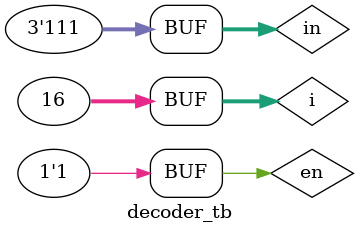
<source format=v>
`timescale 1ns / 1ps

module decoder_tb;
wire [7:0] out;
reg en;
reg [2:0] in;
integer i;

decoder_38 dut(in,out,en);

initial begin  
 $monitor( "en=%b, in=%d, out=%b ", en, in, out);
   for ( i=0; i<16; i=i+1) 
        begin
           {en,in}  = i;
            #1;
        end
end
endmodule
</source>
